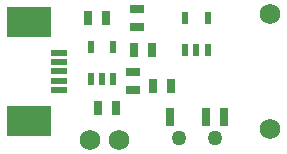
<source format=gts>
G04 (created by PCBNEW (2013-03-31 BZR 4008)-stable) date 5/19/2013 11:55:00 AM*
%MOIN*%
G04 Gerber Fmt 3.4, Leading zero omitted, Abs format*
%FSLAX34Y34*%
G01*
G70*
G90*
G04 APERTURE LIST*
%ADD10C,0.006*%
%ADD11C,0.0688976*%
%ADD12C,0.05*%
%ADD13R,0.0275591X0.0590551*%
%ADD14R,0.025X0.045*%
%ADD15R,0.045X0.025*%
%ADD16R,0.0216535X0.0393701*%
%ADD17R,0.0551181X0.019685*%
%ADD18R,0.149606X0.0984252*%
G04 APERTURE END LIST*
G54D10*
G54D11*
X29330Y-18464D03*
X29330Y-22322D03*
X23307Y-22677D03*
X24291Y-22677D03*
G54D12*
X27480Y-22598D03*
X26299Y-22598D03*
G54D13*
X27185Y-21909D03*
X27775Y-21909D03*
X26003Y-21909D03*
G54D14*
X23243Y-18622D03*
X23843Y-18622D03*
X24197Y-21614D03*
X23597Y-21614D03*
X24778Y-19685D03*
X25378Y-19685D03*
G54D15*
X24763Y-20408D03*
X24763Y-21008D03*
X24881Y-18922D03*
X24881Y-18322D03*
G54D14*
X26008Y-20866D03*
X25408Y-20866D03*
G54D16*
X23346Y-20629D03*
X23720Y-20629D03*
X24094Y-20629D03*
X24094Y-19566D03*
X23346Y-19566D03*
X26496Y-19685D03*
X26870Y-19685D03*
X27244Y-19685D03*
X27244Y-18622D03*
X26496Y-18622D03*
G54D17*
X22283Y-20078D03*
X22283Y-20393D03*
X22283Y-20708D03*
X22283Y-21023D03*
X22283Y-19763D03*
G54D18*
X21299Y-18740D03*
X21299Y-22047D03*
M02*

</source>
